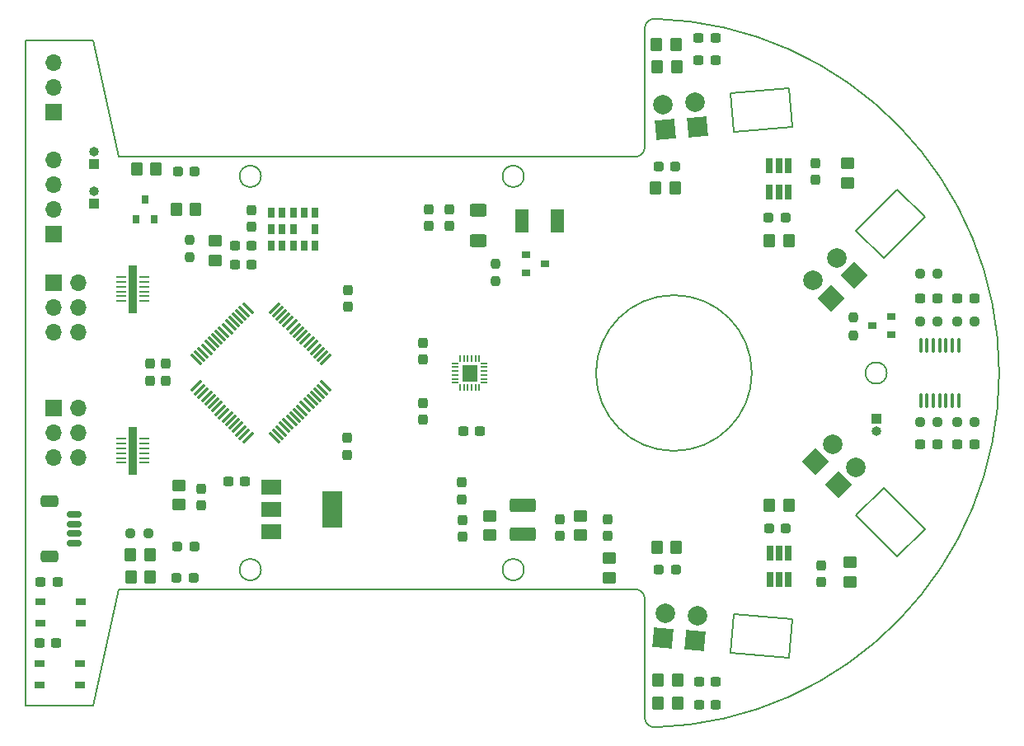
<source format=gts>
G04 #@! TF.GenerationSoftware,KiCad,Pcbnew,(6.0.7)*
G04 #@! TF.CreationDate,2022-09-24T03:58:47+09:00*
G04 #@! TF.ProjectId,Quatro,51756174-726f-42e6-9b69-6361645f7063,0*
G04 #@! TF.SameCoordinates,Original*
G04 #@! TF.FileFunction,Soldermask,Top*
G04 #@! TF.FilePolarity,Negative*
%FSLAX46Y46*%
G04 Gerber Fmt 4.6, Leading zero omitted, Abs format (unit mm)*
G04 Created by KiCad (PCBNEW (6.0.7)) date 2022-09-24 03:58:47*
%MOMM*%
%LPD*%
G01*
G04 APERTURE LIST*
G04 Aperture macros list*
%AMRoundRect*
0 Rectangle with rounded corners*
0 $1 Rounding radius*
0 $2 $3 $4 $5 $6 $7 $8 $9 X,Y pos of 4 corners*
0 Add a 4 corners polygon primitive as box body*
4,1,4,$2,$3,$4,$5,$6,$7,$8,$9,$2,$3,0*
0 Add four circle primitives for the rounded corners*
1,1,$1+$1,$2,$3*
1,1,$1+$1,$4,$5*
1,1,$1+$1,$6,$7*
1,1,$1+$1,$8,$9*
0 Add four rect primitives between the rounded corners*
20,1,$1+$1,$2,$3,$4,$5,0*
20,1,$1+$1,$4,$5,$6,$7,0*
20,1,$1+$1,$6,$7,$8,$9,0*
20,1,$1+$1,$8,$9,$2,$3,0*%
%AMHorizOval*
0 Thick line with rounded ends*
0 $1 width*
0 $2 $3 position (X,Y) of the first rounded end (center of the circle)*
0 $4 $5 position (X,Y) of the second rounded end (center of the circle)*
0 Add line between two ends*
20,1,$1,$2,$3,$4,$5,0*
0 Add two circle primitives to create the rounded ends*
1,1,$1,$2,$3*
1,1,$1,$4,$5*%
%AMRotRect*
0 Rectangle, with rotation*
0 The origin of the aperture is its center*
0 $1 length*
0 $2 width*
0 $3 Rotation angle, in degrees counterclockwise*
0 Add horizontal line*
21,1,$1,$2,0,0,$3*%
%AMFreePoly0*
4,1,14,0.088284,0.363284,0.100000,0.335000,0.100000,-0.335000,0.088284,-0.363284,0.060000,-0.375000,0.036569,-0.375000,0.008285,-0.363284,-0.088284,-0.266715,-0.100000,-0.238431,-0.100000,0.335000,-0.088284,0.363284,-0.060000,0.375000,0.060000,0.375000,0.088284,0.363284,0.088284,0.363284,$1*%
%AMFreePoly1*
4,1,14,0.088284,0.363284,0.100000,0.335000,0.100000,-0.238431,0.088284,-0.266715,-0.008285,-0.363284,-0.036569,-0.375000,-0.060000,-0.375000,-0.088284,-0.363284,-0.100000,-0.335000,-0.100000,0.335000,-0.088284,0.363284,-0.060000,0.375000,0.060000,0.375000,0.088284,0.363284,0.088284,0.363284,$1*%
%AMFreePoly2*
4,1,14,0.363284,0.088284,0.375000,0.060000,0.375000,-0.060000,0.363284,-0.088284,0.335000,-0.100000,-0.335000,-0.100000,-0.363284,-0.088284,-0.375000,-0.060000,-0.375000,-0.036569,-0.363284,-0.008285,-0.266715,0.088284,-0.238431,0.100000,0.335000,0.100000,0.363284,0.088284,0.363284,0.088284,$1*%
%AMFreePoly3*
4,1,14,0.363284,0.088284,0.375000,0.060000,0.375000,-0.060000,0.363284,-0.088284,0.335000,-0.100000,-0.238431,-0.100000,-0.266715,-0.088284,-0.363284,0.008285,-0.375000,0.036569,-0.375000,0.060000,-0.363284,0.088284,-0.335000,0.100000,0.335000,0.100000,0.363284,0.088284,0.363284,0.088284,$1*%
%AMFreePoly4*
4,1,14,-0.008285,0.363284,0.088284,0.266715,0.100000,0.238431,0.100000,-0.335000,0.088284,-0.363284,0.060000,-0.375000,-0.060000,-0.375000,-0.088284,-0.363284,-0.100000,-0.335000,-0.100000,0.335000,-0.088284,0.363284,-0.060000,0.375000,-0.036569,0.375000,-0.008285,0.363284,-0.008285,0.363284,$1*%
%AMFreePoly5*
4,1,14,0.088284,0.363284,0.100000,0.335000,0.100000,-0.335000,0.088284,-0.363284,0.060000,-0.375000,-0.060000,-0.375000,-0.088284,-0.363284,-0.100000,-0.335000,-0.100000,0.238431,-0.088284,0.266715,0.008285,0.363284,0.036569,0.375000,0.060000,0.375000,0.088284,0.363284,0.088284,0.363284,$1*%
%AMFreePoly6*
4,1,14,0.363284,0.088284,0.375000,0.060000,0.375000,0.036569,0.363284,0.008285,0.266715,-0.088284,0.238431,-0.100000,-0.335000,-0.100000,-0.363284,-0.088284,-0.375000,-0.060000,-0.375000,0.060000,-0.363284,0.088284,-0.335000,0.100000,0.335000,0.100000,0.363284,0.088284,0.363284,0.088284,$1*%
%AMFreePoly7*
4,1,14,0.266715,0.088284,0.363284,-0.008285,0.375000,-0.036569,0.375000,-0.060000,0.363284,-0.088284,0.335000,-0.100000,-0.335000,-0.100000,-0.363284,-0.088284,-0.375000,-0.060000,-0.375000,0.060000,-0.363284,0.088284,-0.335000,0.100000,0.238431,0.100000,0.266715,0.088284,0.266715,0.088284,$1*%
G04 Aperture macros list end*
G04 #@! TA.AperFunction,Profile*
%ADD10C,0.200000*%
G04 #@! TD*
%ADD11R,1.000000X0.280000*%
%ADD12C,0.600000*%
%ADD13R,0.900000X5.000000*%
%ADD14RoundRect,0.249999X-0.625001X0.400001X-0.625001X-0.400001X0.625001X-0.400001X0.625001X0.400001X0*%
%ADD15RoundRect,0.249999X-0.450001X0.350001X-0.450001X-0.350001X0.450001X-0.350001X0.450001X0.350001X0*%
%ADD16RoundRect,0.249999X-0.350001X-0.450001X0.350001X-0.450001X0.350001X0.450001X-0.350001X0.450001X0*%
%ADD17RoundRect,0.249999X0.350001X0.450001X-0.350001X0.450001X-0.350001X-0.450001X0.350001X-0.450001X0*%
%ADD18RoundRect,0.249999X0.450001X-0.350001X0.450001X0.350001X-0.450001X0.350001X-0.450001X-0.350001X0*%
%ADD19RoundRect,0.237500X0.250000X0.237500X-0.250000X0.237500X-0.250000X-0.237500X0.250000X-0.237500X0*%
%ADD20RoundRect,0.237500X-0.250000X-0.237500X0.250000X-0.237500X0.250000X0.237500X-0.250000X0.237500X0*%
%ADD21RoundRect,0.237500X-0.237500X0.250000X-0.237500X-0.250000X0.237500X-0.250000X0.237500X0.250000X0*%
%ADD22RoundRect,0.237500X-0.237500X0.300000X-0.237500X-0.300000X0.237500X-0.300000X0.237500X0.300000X0*%
%ADD23RoundRect,0.237500X0.237500X-0.300000X0.237500X0.300000X-0.237500X0.300000X-0.237500X-0.300000X0*%
%ADD24RoundRect,0.237500X0.300000X0.237500X-0.300000X0.237500X-0.300000X-0.237500X0.300000X-0.237500X0*%
%ADD25RoundRect,0.237500X-0.300000X-0.237500X0.300000X-0.237500X0.300000X0.237500X-0.300000X0.237500X0*%
%ADD26R,1.450000X2.400000*%
%ADD27R,1.600000X1.750000*%
%ADD28FreePoly0,270.000000*%
%ADD29RoundRect,0.050000X-0.325000X0.050000X-0.325000X-0.050000X0.325000X-0.050000X0.325000X0.050000X0*%
%ADD30FreePoly1,270.000000*%
%ADD31FreePoly2,270.000000*%
%ADD32RoundRect,0.050000X-0.050000X0.325000X-0.050000X-0.325000X0.050000X-0.325000X0.050000X0.325000X0*%
%ADD33FreePoly3,270.000000*%
%ADD34FreePoly4,270.000000*%
%ADD35FreePoly5,270.000000*%
%ADD36FreePoly6,270.000000*%
%ADD37FreePoly7,270.000000*%
%ADD38R,0.700000X1.100000*%
%ADD39R,0.800000X1.100000*%
%ADD40RotRect,2.000000X2.000000X45.000000*%
%ADD41HorizOval,2.000000X0.000000X0.000000X0.000000X0.000000X0*%
%ADD42RotRect,2.000000X2.000000X135.000000*%
%ADD43HorizOval,2.000000X0.000000X0.000000X0.000000X0.000000X0*%
%ADD44RotRect,2.000000X2.000000X95.000000*%
%ADD45HorizOval,2.000000X0.000000X0.000000X0.000000X0.000000X0*%
%ADD46RoundRect,0.237500X-0.287500X-0.237500X0.287500X-0.237500X0.287500X0.237500X-0.287500X0.237500X0*%
%ADD47RoundRect,0.237500X0.287500X0.237500X-0.287500X0.237500X-0.287500X-0.237500X0.287500X-0.237500X0*%
%ADD48RotRect,2.000000X2.000000X85.000000*%
%ADD49HorizOval,2.000000X0.000000X0.000000X0.000000X0.000000X0*%
%ADD50RoundRect,0.250000X1.075000X-0.462500X1.075000X0.462500X-1.075000X0.462500X-1.075000X-0.462500X0*%
%ADD51R,1.700000X1.700000*%
%ADD52O,1.700000X1.700000*%
%ADD53R,0.900000X0.800000*%
%ADD54R,1.000000X1.000000*%
%ADD55O,1.000000X1.000000*%
%ADD56RoundRect,0.150000X0.625000X-0.150000X0.625000X0.150000X-0.625000X0.150000X-0.625000X-0.150000X0*%
%ADD57RoundRect,0.249999X0.650001X-0.350001X0.650001X0.350001X-0.650001X0.350001X-0.650001X-0.350001X0*%
%ADD58R,0.800000X0.900000*%
%ADD59R,1.050000X0.650000*%
%ADD60R,2.000000X1.500000*%
%ADD61R,2.000000X3.800000*%
%ADD62RoundRect,0.075000X0.548008X-0.441942X-0.441942X0.548008X-0.548008X0.441942X0.441942X-0.548008X0*%
%ADD63RoundRect,0.075000X0.548008X0.441942X0.441942X0.548008X-0.548008X-0.441942X-0.441942X-0.548008X0*%
%ADD64RoundRect,0.100000X-0.100000X0.637500X-0.100000X-0.637500X0.100000X-0.637500X0.100000X0.637500X0*%
%ADD65R,0.650000X1.560000*%
G04 APERTURE END LIST*
D10*
X180800000Y-94600000D02*
G75*
G03*
X180800000Y-94600000I-8000000J0D01*
G01*
X184962896Y-119873643D02*
X184614273Y-123858422D01*
X178985727Y-119350708D02*
X184962896Y-119873643D01*
X184614273Y-123858422D02*
X178637104Y-123335487D01*
X115800000Y-116800000D02*
X168800000Y-116800000D01*
X115800000Y-72400000D02*
X113200000Y-60400000D01*
X130400000Y-74400000D02*
G75*
G03*
X130400000Y-74400000I-1100000J0D01*
G01*
X170828250Y-58214499D02*
G75*
G03*
X169800000Y-59214127I-28250J-999601D01*
G01*
X198582048Y-78575229D02*
X194339407Y-82817870D01*
X169800000Y-117800000D02*
X169800000Y-129985873D01*
X195753620Y-75746802D02*
X198582048Y-78575229D01*
X168800000Y-72400000D02*
G75*
G03*
X169800000Y-71400000I0J1000000D01*
G01*
X194339407Y-106382130D02*
X198582048Y-110624771D01*
X157400000Y-74400000D02*
G75*
G03*
X157400000Y-74400000I-1100000J0D01*
G01*
X184614273Y-65341578D02*
X184962896Y-69326357D01*
X168800000Y-72400000D02*
X115800000Y-72400000D01*
X191510980Y-79989443D02*
X195753620Y-75746802D01*
X198582048Y-110624771D02*
X195753620Y-113453198D01*
X169800000Y-59214127D02*
X169800000Y-71400000D01*
X170828249Y-130985474D02*
G75*
G03*
X170828249Y-58214526I-1028249J36385474D01*
G01*
X169800000Y-117800000D02*
G75*
G03*
X168800000Y-116800000I-1000000J0D01*
G01*
X191510980Y-109210557D02*
X194339407Y-106382130D01*
X195753620Y-113453198D02*
X191510980Y-109210557D01*
X178637104Y-65864513D02*
X184614273Y-65341578D01*
X106200000Y-128800000D02*
X113200000Y-128800000D01*
X178637104Y-123335487D02*
X178985727Y-119350708D01*
X157400000Y-114800000D02*
G75*
G03*
X157400000Y-114800000I-1100000J0D01*
G01*
X178985727Y-69849292D02*
X178637104Y-65864513D01*
X106200000Y-60400000D02*
X106200000Y-128800000D01*
X130400000Y-114800000D02*
G75*
G03*
X130400000Y-114800000I-1100000J0D01*
G01*
X169800027Y-129985873D02*
G75*
G03*
X170828249Y-130985474I999973J-27D01*
G01*
X113200000Y-60400000D02*
X106200000Y-60400000D01*
X194666000Y-94600000D02*
G75*
G03*
X194666000Y-94600000I-1100000J0D01*
G01*
X194339407Y-82817870D02*
X191510980Y-79989443D01*
X113200000Y-128800000D02*
X115800000Y-116800000D01*
X184962896Y-69326357D02*
X178985727Y-69849292D01*
D11*
X116050000Y-101325000D03*
X116050000Y-101825000D03*
X116050000Y-102325000D03*
X116050000Y-102825000D03*
X116050000Y-103325000D03*
X116050000Y-103825000D03*
X118450000Y-103825000D03*
X118450000Y-103325000D03*
X118450000Y-102825000D03*
X118450000Y-102325000D03*
X118450000Y-101825000D03*
X118450000Y-101325000D03*
D12*
X117250000Y-103575000D03*
D13*
X117250000Y-102575000D03*
D12*
X117250000Y-101575000D03*
X117250000Y-102575000D03*
D11*
X116050000Y-84725000D03*
X116050000Y-85225000D03*
X116050000Y-85725000D03*
X116050000Y-86225000D03*
X116050000Y-86725000D03*
X116050000Y-87225000D03*
X118450000Y-87225000D03*
X118450000Y-86725000D03*
X118450000Y-86225000D03*
X118450000Y-85725000D03*
X118450000Y-85225000D03*
X118450000Y-84725000D03*
D12*
X117250000Y-86975000D03*
D13*
X117250000Y-85975000D03*
D12*
X117250000Y-84975000D03*
X117250000Y-85975000D03*
D14*
X152700000Y-77873400D03*
X152700000Y-80973400D03*
D15*
X190900000Y-114050000D03*
X190900000Y-116050000D03*
D16*
X182600000Y-108180000D03*
X184600000Y-108180000D03*
D17*
X184600000Y-81000000D03*
X182600000Y-81000000D03*
D18*
X166200000Y-115600000D03*
X166200000Y-113600000D03*
D16*
X170900000Y-75600000D03*
X172900000Y-75600000D03*
X117025000Y-115550000D03*
X119025000Y-115550000D03*
D19*
X199892500Y-84400000D03*
X198067500Y-84400000D03*
D17*
X123675000Y-77775000D03*
X121675000Y-77775000D03*
D18*
X163190000Y-111260000D03*
X163190000Y-109260000D03*
D15*
X190650000Y-73075000D03*
X190650000Y-75075000D03*
D20*
X201857500Y-99660000D03*
X203682500Y-99660000D03*
D19*
X199892500Y-99660000D03*
X198067500Y-99660000D03*
D16*
X117000000Y-113275000D03*
X119000000Y-113275000D03*
D21*
X191240000Y-88917500D03*
X191240000Y-90742500D03*
X123050000Y-80912500D03*
X123050000Y-82737500D03*
D15*
X153910000Y-109260000D03*
X153910000Y-111260000D03*
D18*
X125660000Y-83030000D03*
X125660000Y-81030000D03*
D22*
X129400000Y-77837500D03*
X129400000Y-79562500D03*
X147050000Y-97687500D03*
X147050000Y-99412500D03*
D23*
X151075000Y-111437500D03*
X151075000Y-109712500D03*
X165980000Y-111322500D03*
X165980000Y-109597500D03*
D22*
X147600000Y-77760900D03*
X147600000Y-79485900D03*
X151040000Y-105847500D03*
X151040000Y-107572500D03*
D23*
X147050000Y-91487500D03*
X147050000Y-93212500D03*
D24*
X177082500Y-128690000D03*
X175357500Y-128690000D03*
D22*
X149710000Y-77760900D03*
X149710000Y-79485900D03*
D24*
X177082500Y-126330000D03*
X175357500Y-126330000D03*
X129442500Y-81550000D03*
X127717500Y-81550000D03*
X109487500Y-116075000D03*
X107762500Y-116075000D03*
D23*
X161050000Y-111322500D03*
X161050000Y-109597500D03*
D22*
X124270000Y-106457500D03*
X124270000Y-108182500D03*
D25*
X151137500Y-100600000D03*
X152862500Y-100600000D03*
D22*
X119000000Y-93637500D03*
X119000000Y-95362500D03*
X139300000Y-86087500D03*
X139300000Y-87812500D03*
D24*
X128762500Y-105700000D03*
X127037500Y-105700000D03*
D25*
X201907500Y-86930000D03*
X203632500Y-86930000D03*
D26*
X157150000Y-79008400D03*
X160800000Y-79008400D03*
D25*
X201907500Y-101900000D03*
X203632500Y-101900000D03*
D27*
X151820000Y-94600000D03*
D28*
X153320000Y-93600000D03*
D29*
X153320000Y-94000000D03*
X153320000Y-94400000D03*
X153320000Y-94800000D03*
X153320000Y-95200000D03*
D30*
X153320000Y-95600000D03*
D31*
X152820000Y-96100000D03*
D32*
X152420000Y-96100000D03*
X152020000Y-96100000D03*
X151620000Y-96100000D03*
X151220000Y-96100000D03*
D33*
X150820000Y-96100000D03*
D34*
X150320000Y-95600000D03*
D29*
X150320000Y-95200000D03*
X150320000Y-94800000D03*
X150320000Y-94400000D03*
X150320000Y-94000000D03*
D35*
X150320000Y-93600000D03*
D36*
X150820000Y-93100000D03*
D32*
X151220000Y-93100000D03*
X151620000Y-93100000D03*
X152020000Y-93100000D03*
X152420000Y-93100000D03*
D37*
X152820000Y-93100000D03*
D24*
X199842500Y-101900000D03*
X198117500Y-101900000D03*
X199842500Y-86930000D03*
X198117500Y-86930000D03*
D38*
X135950000Y-78100000D03*
X134850000Y-78100000D03*
D39*
X133700000Y-78100000D03*
D38*
X132550000Y-78100000D03*
X131450000Y-78100000D03*
X131450000Y-79800000D03*
X131450000Y-81500000D03*
X132550000Y-81500000D03*
D39*
X133700000Y-81500000D03*
D38*
X134850000Y-81500000D03*
X135950000Y-81500000D03*
X135950000Y-79800000D03*
D39*
X133700000Y-79800000D03*
D38*
X132550000Y-79800000D03*
D40*
X189700000Y-106100000D03*
D41*
X191496051Y-104303949D03*
D24*
X129437500Y-83425000D03*
X127712500Y-83425000D03*
D42*
X188900000Y-86900000D03*
D43*
X187103949Y-85103949D03*
D44*
X171900000Y-69600000D03*
D45*
X171678624Y-67069665D03*
D46*
X171275000Y-114775000D03*
X173025000Y-114775000D03*
D47*
X184275000Y-78600000D03*
X182525000Y-78600000D03*
D48*
X175000000Y-122100000D03*
D49*
X175221376Y-119569665D03*
D47*
X123575000Y-112380000D03*
X121825000Y-112380000D03*
D48*
X171700000Y-121800000D03*
D49*
X171921376Y-119269665D03*
D46*
X182570000Y-110550000D03*
X184320000Y-110550000D03*
X171225000Y-73400000D03*
X172975000Y-73400000D03*
D23*
X120640000Y-95362500D03*
X120640000Y-93637500D03*
D40*
X187300000Y-103700000D03*
D41*
X189096051Y-101903949D03*
D47*
X123500000Y-115600000D03*
X121750000Y-115600000D03*
X123600000Y-73925000D03*
X121850000Y-73925000D03*
D44*
X175200000Y-69300000D03*
D45*
X174978624Y-66769665D03*
D42*
X191300000Y-84600000D03*
D43*
X189503949Y-82803949D03*
D22*
X139250000Y-101287500D03*
X139250000Y-103012500D03*
D17*
X173170000Y-128470000D03*
X171170000Y-128470000D03*
X173075000Y-63175000D03*
X171075000Y-63175000D03*
D50*
X157240000Y-111147500D03*
X157240000Y-108172500D03*
D17*
X173170000Y-126110000D03*
X171170000Y-126110000D03*
D51*
X109100000Y-85300000D03*
D52*
X111640000Y-85300000D03*
X109100000Y-87840000D03*
X111640000Y-87840000D03*
X109100000Y-90380000D03*
X111640000Y-90380000D03*
D53*
X157600000Y-82437500D03*
X157600000Y-84337500D03*
X159600000Y-83387500D03*
D54*
X113275000Y-73125000D03*
D55*
X113275000Y-71855000D03*
D56*
X111225000Y-112100000D03*
X111225000Y-111100000D03*
X111225000Y-110100000D03*
X111225000Y-109100000D03*
D57*
X108700000Y-113400000D03*
X108700000Y-107800000D03*
D54*
X193600000Y-99300000D03*
D55*
X193600000Y-100570000D03*
D53*
X195130000Y-90680000D03*
X195130000Y-88780000D03*
X193130000Y-89730000D03*
D17*
X173025000Y-60900000D03*
X171025000Y-60900000D03*
D58*
X117550000Y-78775000D03*
X119450000Y-78775000D03*
X118500000Y-76775000D03*
D51*
X109100000Y-98200000D03*
D52*
X111640000Y-98200000D03*
X109100000Y-100740000D03*
X111640000Y-100740000D03*
X109100000Y-103280000D03*
X111640000Y-103280000D03*
D51*
X109075000Y-80325000D03*
D52*
X109075000Y-77785000D03*
X109075000Y-75245000D03*
X109075000Y-72705000D03*
D19*
X199892500Y-89290000D03*
X198067500Y-89290000D03*
D20*
X201857500Y-89290000D03*
X203682500Y-89290000D03*
D17*
X119625000Y-73675000D03*
X117625000Y-73675000D03*
D54*
X113250000Y-77200000D03*
D55*
X113250000Y-75930000D03*
D59*
X107750000Y-120275000D03*
X111900000Y-120275000D03*
X107775000Y-118125000D03*
X111900000Y-118125000D03*
D15*
X122000000Y-106120000D03*
X122000000Y-108120000D03*
D59*
X111800000Y-126625000D03*
X107650000Y-126625000D03*
X111800000Y-124475000D03*
X107675000Y-124475000D03*
D24*
X109387500Y-122300000D03*
X107662500Y-122300000D03*
D60*
X131450000Y-106300000D03*
X131450000Y-108600000D03*
X131450000Y-110900000D03*
D61*
X137750000Y-108600000D03*
D51*
X109125000Y-67775000D03*
D52*
X109125000Y-65235000D03*
X109125000Y-62695000D03*
D21*
X154450000Y-83362500D03*
X154450000Y-85187500D03*
D62*
X131771181Y-101244481D03*
X132124734Y-100890928D03*
X132478287Y-100537375D03*
X132831841Y-100183821D03*
X133185394Y-99830268D03*
X133538948Y-99476714D03*
X133892501Y-99123161D03*
X134246054Y-98769608D03*
X134599608Y-98416054D03*
X134953161Y-98062501D03*
X135306714Y-97708948D03*
X135660268Y-97355394D03*
X136013821Y-97001841D03*
X136367375Y-96648287D03*
X136720928Y-96294734D03*
X137074481Y-95941181D03*
D63*
X137074481Y-93218819D03*
X136720928Y-92865266D03*
X136367375Y-92511713D03*
X136013821Y-92158159D03*
X135660268Y-91804606D03*
X135306714Y-91451052D03*
X134953161Y-91097499D03*
X134599608Y-90743946D03*
X134246054Y-90390392D03*
X133892501Y-90036839D03*
X133538948Y-89683286D03*
X133185394Y-89329732D03*
X132831841Y-88976179D03*
X132478287Y-88622625D03*
X132124734Y-88269072D03*
X131771181Y-87915519D03*
D62*
X129048819Y-87915519D03*
X128695266Y-88269072D03*
X128341713Y-88622625D03*
X127988159Y-88976179D03*
X127634606Y-89329732D03*
X127281052Y-89683286D03*
X126927499Y-90036839D03*
X126573946Y-90390392D03*
X126220392Y-90743946D03*
X125866839Y-91097499D03*
X125513286Y-91451052D03*
X125159732Y-91804606D03*
X124806179Y-92158159D03*
X124452625Y-92511713D03*
X124099072Y-92865266D03*
X123745519Y-93218819D03*
D63*
X123745519Y-95941181D03*
X124099072Y-96294734D03*
X124452625Y-96648287D03*
X124806179Y-97001841D03*
X125159732Y-97355394D03*
X125513286Y-97708948D03*
X125866839Y-98062501D03*
X126220392Y-98416054D03*
X126573946Y-98769608D03*
X126927499Y-99123161D03*
X127281052Y-99476714D03*
X127634606Y-99830268D03*
X127988159Y-100183821D03*
X128341713Y-100537375D03*
X128695266Y-100890928D03*
X129048819Y-101244481D03*
D64*
X202030000Y-91737500D03*
X201380000Y-91737500D03*
X200730000Y-91737500D03*
X200080000Y-91737500D03*
X199430000Y-91737500D03*
X198780000Y-91737500D03*
X198130000Y-91737500D03*
X198130000Y-97462500D03*
X198780000Y-97462500D03*
X199430000Y-97462500D03*
X200080000Y-97462500D03*
X200730000Y-97462500D03*
X201380000Y-97462500D03*
X202030000Y-97462500D03*
D16*
X171050000Y-112500000D03*
X173050000Y-112500000D03*
D24*
X177062500Y-62480000D03*
X175337500Y-62480000D03*
X177062500Y-60220000D03*
X175337500Y-60220000D03*
D19*
X118812500Y-111050000D03*
X116987500Y-111050000D03*
D22*
X187300000Y-73012500D03*
X187300000Y-74737500D03*
D65*
X184550000Y-113100000D03*
X183600000Y-113100000D03*
X182650000Y-113100000D03*
X182650000Y-115800000D03*
X183600000Y-115800000D03*
X184550000Y-115800000D03*
D22*
X187900000Y-114362500D03*
X187900000Y-116087500D03*
D65*
X182625000Y-75975000D03*
X183575000Y-75975000D03*
X184525000Y-75975000D03*
X184525000Y-73275000D03*
X183575000Y-73275000D03*
X182625000Y-73275000D03*
M02*

</source>
